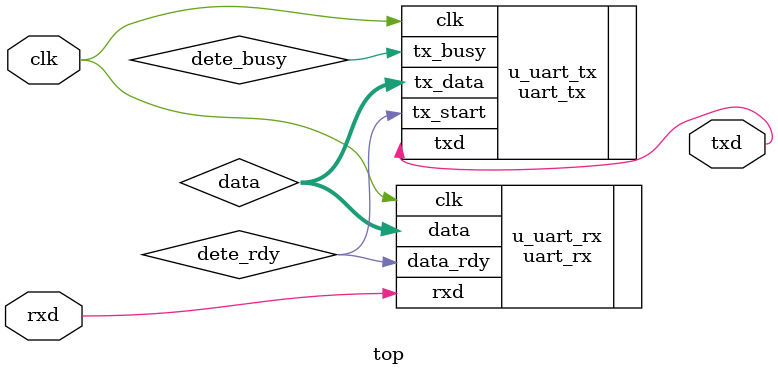
<source format=v>
`include "uart_tx.v"
`include "uart_rx.v"
module top (
    input clk,
    input rxd,
    output txd
);

    wire [7:0] data;   
    wire dete_busy;
    uart_tx  u_uart_tx (
        .clk                     ( clk             ),
        .tx_data                 ( data      [7:0] ),
        .tx_start                ( dete_rdy        ),
        .tx_busy                 ( dete_busy       ),
        .txd                     ( txd             )
    );
    uart_rx  u_uart_rx (
        .clk                     ( clk             ),
        .rxd                     ( rxd             ),
        .data_rdy                ( dete_rdy        ),
        .data                    ( data      [7:0] )
    );
        
endmodule
</source>
